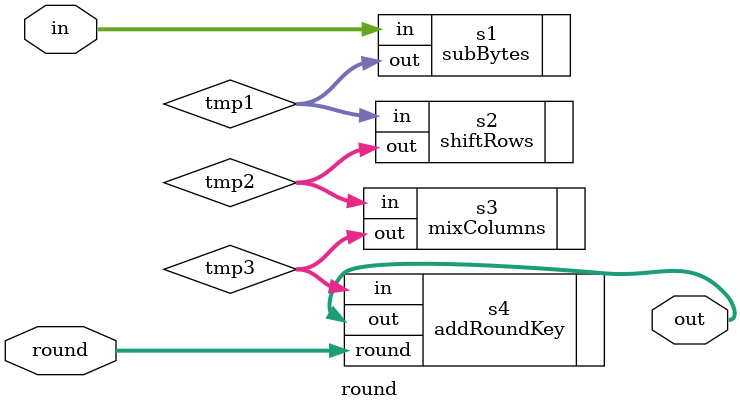
<source format=v>
`timescale 1ns / 1ps

module round(
    input [127:0] in,
    input [3:0] round,
    output [127:0] out
    );
    
    wire [127:0] tmp1;
    wire [127:0] tmp2;
    wire [127:0] tmp3;
    
    subBytes s1(.in(in), .out(tmp1));
    shiftRows s2(.in(tmp1), .out(tmp2));
    mixColumns s3(.in(tmp2), .out(tmp3));
    addRoundKey s4(.in(tmp3), .round(round), .out(out));
    
endmodule

</source>
